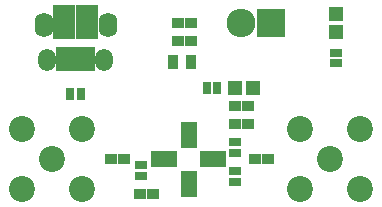
<source format=gts>
G04 #@! TF.FileFunction,Soldermask,Top*
%FSLAX46Y46*%
G04 Gerber Fmt 4.6, Leading zero omitted, Abs format (unit mm)*
G04 Created by KiCad (PCBNEW 4.0.2-stable) date Thu May 19 00:56:02 2016*
%MOMM*%
G01*
G04 APERTURE LIST*
%ADD10C,0.100000*%
%ADD11R,1.000000X0.900000*%
%ADD12R,1.200000X1.150000*%
%ADD13R,1.197560X1.197560*%
%ADD14R,1.000000X0.800000*%
%ADD15R,0.900000X1.300000*%
%ADD16R,2.432000X2.432000*%
%ADD17O,2.432000X2.432000*%
%ADD18R,0.800000X2.050000*%
%ADD19O,1.500000X1.900000*%
%ADD20O,1.600000X2.100000*%
%ADD21R,1.825000X2.900000*%
%ADD22R,0.800000X1.000000*%
%ADD23C,2.200000*%
%ADD24R,2.230000X1.420000*%
%ADD25R,1.420000X2.230000*%
G04 APERTURE END LIST*
D10*
D11*
X108550000Y-85000000D03*
X107450000Y-85000000D03*
X114300000Y-73500000D03*
X113200000Y-73500000D03*
X114300000Y-75000000D03*
X113200000Y-75000000D03*
X111050000Y-88000000D03*
X109950000Y-88000000D03*
X117950000Y-82000000D03*
X119050000Y-82000000D03*
X120800000Y-85000000D03*
X119700000Y-85000000D03*
X117950000Y-80500000D03*
X119050000Y-80500000D03*
D12*
X118000000Y-79000000D03*
X119500000Y-79000000D03*
D13*
X126500000Y-74249300D03*
X126500000Y-72750700D03*
D14*
X118000000Y-86050000D03*
X118000000Y-86950000D03*
X118000000Y-83550000D03*
X118000000Y-84450000D03*
D15*
X112750000Y-76750000D03*
X114250000Y-76750000D03*
D16*
X121040000Y-73500000D03*
D17*
X118500000Y-73500000D03*
D18*
X105800000Y-76500000D03*
X105150000Y-76500000D03*
X104500900Y-76500000D03*
X103850000Y-76500000D03*
X103200000Y-76500000D03*
D19*
X106925000Y-76625000D03*
X102075000Y-76625000D03*
D20*
X107225000Y-73625000D03*
X101775000Y-73625000D03*
D21*
X105462500Y-73375000D03*
X103537500Y-73375000D03*
D14*
X110000000Y-86400000D03*
X110000000Y-85500000D03*
X126500000Y-76900000D03*
X126500000Y-76000000D03*
D22*
X116500000Y-79000000D03*
X115600000Y-79000000D03*
X104050000Y-79500000D03*
X104950000Y-79500000D03*
D23*
X102500000Y-85000000D03*
X99960000Y-87540000D03*
X99960000Y-82460000D03*
X105040000Y-82460000D03*
X105040000Y-87540000D03*
D24*
X112000000Y-85000000D03*
X116140000Y-85000000D03*
D25*
X114070000Y-82930000D03*
X114070000Y-87070000D03*
D23*
X126000000Y-85000000D03*
X128540000Y-82460000D03*
X128540000Y-87540000D03*
X123460000Y-87540000D03*
X123460000Y-82460000D03*
M02*

</source>
